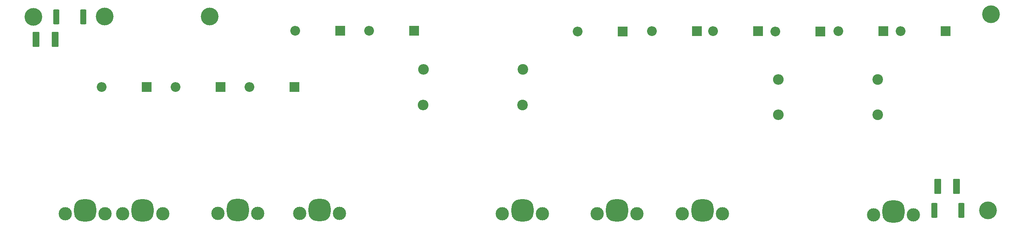
<source format=gbr>
%TF.GenerationSoftware,KiCad,Pcbnew,7.0.7*%
%TF.CreationDate,2024-04-10T14:30:17-07:00*%
%TF.ProjectId,hv-pcb-v1,68762d70-6362-42d7-9631-2e6b69636164,rev?*%
%TF.SameCoordinates,Original*%
%TF.FileFunction,Soldermask,Bot*%
%TF.FilePolarity,Negative*%
%FSLAX46Y46*%
G04 Gerber Fmt 4.6, Leading zero omitted, Abs format (unit mm)*
G04 Created by KiCad (PCBNEW 7.0.7) date 2024-04-10 14:30:17*
%MOMM*%
%LPD*%
G01*
G04 APERTURE LIST*
G04 Aperture macros list*
%AMRoundRect*
0 Rectangle with rounded corners*
0 $1 Rounding radius*
0 $2 $3 $4 $5 $6 $7 $8 $9 X,Y pos of 4 corners*
0 Add a 4 corners polygon primitive as box body*
4,1,4,$2,$3,$4,$5,$6,$7,$8,$9,$2,$3,0*
0 Add four circle primitives for the rounded corners*
1,1,$1+$1,$2,$3*
1,1,$1+$1,$4,$5*
1,1,$1+$1,$6,$7*
1,1,$1+$1,$8,$9*
0 Add four rect primitives between the rounded corners*
20,1,$1+$1,$2,$3,$4,$5,0*
20,1,$1+$1,$4,$5,$6,$7,0*
20,1,$1+$1,$6,$7,$8,$9,0*
20,1,$1+$1,$8,$9,$2,$3,0*%
G04 Aperture macros list end*
%ADD10R,2.200000X2.200000*%
%ADD11O,2.200000X2.200000*%
%ADD12C,3.000000*%
%ADD13RoundRect,1.968504X0.531496X-0.531496X0.531496X0.531496X-0.531496X0.531496X-0.531496X-0.531496X0*%
%ADD14C,4.000000*%
%ADD15C,2.400000*%
%ADD16O,2.400000X2.400000*%
%ADD17RoundRect,0.249999X-0.450001X-1.425001X0.450001X-1.425001X0.450001X1.425001X-0.450001X1.425001X0*%
%ADD18RoundRect,0.250000X-0.537500X-1.450000X0.537500X-1.450000X0.537500X1.450000X-0.537500X1.450000X0*%
%ADD19RoundRect,0.249999X0.450001X1.425001X-0.450001X1.425001X-0.450001X-1.425001X0.450001X-1.425001X0*%
%ADD20RoundRect,0.250000X0.537500X1.450000X-0.537500X1.450000X-0.537500X-1.450000X0.537500X-1.450000X0*%
G04 APERTURE END LIST*
D10*
%TO.C,D8*%
X192971755Y-102959900D03*
D11*
X182811755Y-102959900D03*
%TD*%
D12*
%TO.C,HV3*%
X84870000Y-144107000D03*
X93870000Y-144107000D03*
D13*
X89370000Y-143313000D03*
%TD*%
D12*
%TO.C,HV7*%
X232848755Y-144436900D03*
X241848755Y-144436900D03*
D13*
X237348755Y-143642900D03*
%TD*%
D12*
%TO.C,HV6*%
X189709755Y-144166900D03*
X198709755Y-144166900D03*
D13*
X194209755Y-143372900D03*
%TD*%
D12*
%TO.C,HV1*%
X50369000Y-144145000D03*
X59369000Y-144145000D03*
D13*
X54869000Y-143351000D03*
%TD*%
D14*
%TO.C,J3*%
X82991000Y-99586000D03*
%TD*%
D10*
%TO.C,D4*%
X85446000Y-115519000D03*
D11*
X75286000Y-115519000D03*
%TD*%
D15*
%TO.C,R23*%
X233765000Y-113845000D03*
D16*
X211365000Y-113845000D03*
%TD*%
D15*
%TO.C,R24*%
X153655000Y-111563000D03*
D16*
X131255000Y-111563000D03*
%TD*%
D12*
%TO.C,HV2*%
X63369000Y-144145000D03*
X72369000Y-144145000D03*
D13*
X67869000Y-143351000D03*
%TD*%
D10*
%TO.C,D2*%
X176198755Y-103000900D03*
D11*
X166038755Y-103000900D03*
%TD*%
D12*
%TO.C,HV5*%
X149073000Y-144194000D03*
X158073000Y-144194000D03*
D13*
X153573000Y-143400000D03*
%TD*%
D10*
%TO.C,D1*%
X68733400Y-115519000D03*
D11*
X58573400Y-115519000D03*
%TD*%
D14*
%TO.C,J2*%
X259316955Y-99102900D03*
%TD*%
D10*
%TO.C,D9*%
X206796000Y-102944000D03*
D11*
X196636000Y-102944000D03*
%TD*%
D10*
%TO.C,D3*%
X249068000Y-102939000D03*
D11*
X238908000Y-102939000D03*
%TD*%
D10*
%TO.C,D10*%
X220808000Y-102979000D03*
D11*
X210648000Y-102979000D03*
%TD*%
D10*
%TO.C,D11*%
X235087000Y-102919000D03*
D11*
X224927000Y-102919000D03*
%TD*%
D15*
%TO.C,R22*%
X233765000Y-121795000D03*
D16*
X211365000Y-121795000D03*
%TD*%
D12*
%TO.C,HV4*%
X103279000Y-144074000D03*
X112279000Y-144074000D03*
D13*
X107779000Y-143280000D03*
%TD*%
D15*
%TO.C,R19*%
X153610001Y-119561001D03*
D16*
X131210001Y-119561001D03*
%TD*%
D10*
%TO.C,D6*%
X112438400Y-102825000D03*
D11*
X102278400Y-102825000D03*
%TD*%
D12*
%TO.C,HV8*%
X170460755Y-144154900D03*
X179460755Y-144154900D03*
D13*
X174960755Y-143360900D03*
%TD*%
D10*
%TO.C,D7*%
X129151000Y-102825000D03*
D11*
X118991000Y-102825000D03*
%TD*%
D14*
%TO.C,J1*%
X59253000Y-99585000D03*
%TD*%
D10*
%TO.C,D5*%
X102158600Y-115519000D03*
D11*
X91998600Y-115519000D03*
%TD*%
D17*
%TO.C,R20*%
X246531254Y-143413901D03*
X252631254Y-143413901D03*
%TD*%
D14*
%TO.C,J6*%
X43169000Y-99695503D03*
%TD*%
D18*
%TO.C,C12*%
X247312255Y-137951900D03*
X251587255Y-137951900D03*
%TD*%
D14*
%TO.C,J7*%
X258656755Y-143392900D03*
%TD*%
D19*
%TO.C,R21*%
X54466000Y-99667000D03*
X48366000Y-99667000D03*
%TD*%
D20*
%TO.C,C11*%
X48108500Y-104769000D03*
X43833500Y-104769000D03*
%TD*%
M02*

</source>
